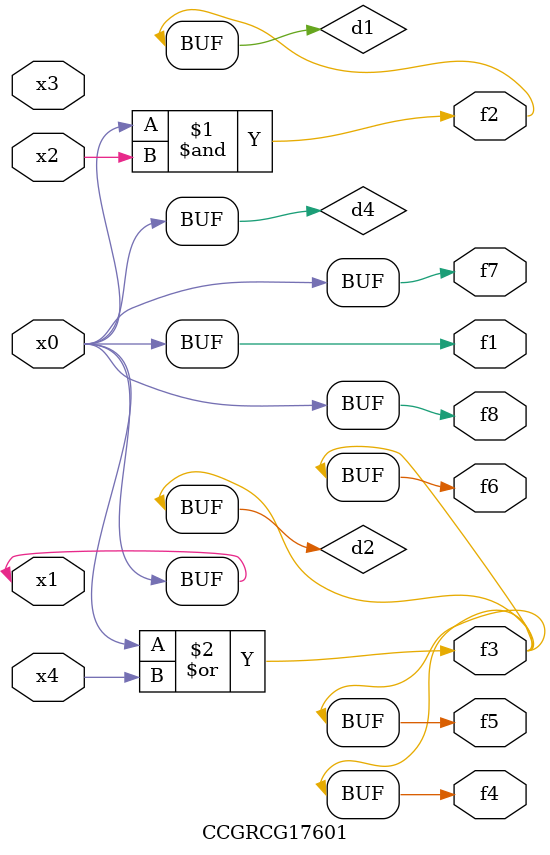
<source format=v>
module CCGRCG17601(
	input x0, x1, x2, x3, x4,
	output f1, f2, f3, f4, f5, f6, f7, f8
);

	wire d1, d2, d3, d4;

	and (d1, x0, x2);
	or (d2, x0, x4);
	nand (d3, x0, x2);
	buf (d4, x0, x1);
	assign f1 = d4;
	assign f2 = d1;
	assign f3 = d2;
	assign f4 = d2;
	assign f5 = d2;
	assign f6 = d2;
	assign f7 = d4;
	assign f8 = d4;
endmodule

</source>
